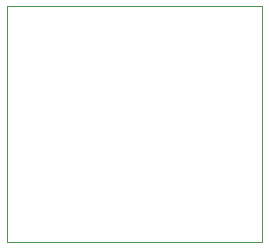
<source format=gm1>
%TF.GenerationSoftware,KiCad,Pcbnew,(6.0.7)*%
%TF.CreationDate,2023-03-06T16:25:38-05:00*%
%TF.ProjectId,joycon,6a6f7963-6f6e-42e6-9b69-6361645f7063,rev?*%
%TF.SameCoordinates,Original*%
%TF.FileFunction,Profile,NP*%
%FSLAX46Y46*%
G04 Gerber Fmt 4.6, Leading zero omitted, Abs format (unit mm)*
G04 Created by KiCad (PCBNEW (6.0.7)) date 2023-03-06 16:25:38*
%MOMM*%
%LPD*%
G01*
G04 APERTURE LIST*
%TA.AperFunction,Profile*%
%ADD10C,0.100000*%
%TD*%
G04 APERTURE END LIST*
D10*
X128850000Y-87300000D02*
X128850000Y-87250000D01*
X150450000Y-107200000D02*
X149650000Y-107200000D01*
X150450000Y-87200000D02*
X150450000Y-107200000D01*
X128850000Y-107200000D02*
X128850000Y-87300000D01*
X149650000Y-107200000D02*
X128850000Y-107200000D01*
X150450000Y-87200000D02*
X128850000Y-87200000D01*
X128850000Y-87200000D02*
X128850000Y-87250000D01*
M02*

</source>
